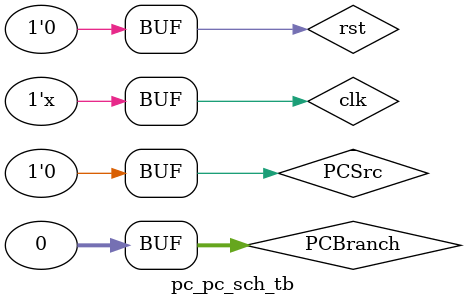
<source format=v>

`timescale 1ns / 1ps

module pc_pc_sch_tb();

// Inputs
   reg PCSrc;
   reg [31:0] PCBranch;
   reg clk;
   reg rst;

// Output
   wire [31:0] pcaddr;
   wire [31:0] pcplus4addr;

// Bidirs

// Instantiate the UUT
   pc UUT (
		.pcaddr(pcaddr), 
		.pcplus4addr(pcplus4addr), 
		.PCSrc(PCSrc), 
		.PCBranch(PCBranch), 
		.clk(clk), 
		.rst(rst)
   );
// Initialize Inputs
   //`ifdef auto_init
       initial begin
		PCSrc = 0;
		PCBranch = 0;
		clk = 1;
		rst = 0; end
  // `endif
	
	always begin
	
	clk = ~clk;
	#20;
	end
endmodule

</source>
